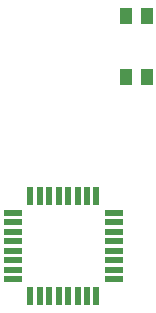
<source format=gbr>
%TF.GenerationSoftware,KiCad,Pcbnew,7.0.9*%
%TF.CreationDate,2023-12-03T00:18:19-03:00*%
%TF.ProjectId,E3,45332e6b-6963-4616-945f-706362585858,rev?*%
%TF.SameCoordinates,Original*%
%TF.FileFunction,Paste,Top*%
%TF.FilePolarity,Positive*%
%FSLAX46Y46*%
G04 Gerber Fmt 4.6, Leading zero omitted, Abs format (unit mm)*
G04 Created by KiCad (PCBNEW 7.0.9) date 2023-12-03 00:18:19*
%MOMM*%
%LPD*%
G01*
G04 APERTURE LIST*
%ADD10R,1.600000X0.550000*%
%ADD11R,0.550000X1.600000*%
%ADD12R,1.000000X1.450000*%
G04 APERTURE END LIST*
D10*
%TO.C,U1*%
X137730000Y-70030000D03*
X137730000Y-70830000D03*
X137730000Y-71630000D03*
X137730000Y-72430000D03*
X137730000Y-73230000D03*
X137730000Y-74030000D03*
X137730000Y-74830000D03*
X137730000Y-75630000D03*
D11*
X139180000Y-77080000D03*
X139980000Y-77080000D03*
X140780000Y-77080000D03*
X141580000Y-77080000D03*
X142380000Y-77080000D03*
X143180000Y-77080000D03*
X143980000Y-77080000D03*
X144780000Y-77080000D03*
D10*
X146230000Y-75630000D03*
X146230000Y-74830000D03*
X146230000Y-74030000D03*
X146230000Y-73230000D03*
X146230000Y-72430000D03*
X146230000Y-71630000D03*
X146230000Y-70830000D03*
X146230000Y-70030000D03*
D11*
X144780000Y-68580000D03*
X143980000Y-68580000D03*
X143180000Y-68580000D03*
X142380000Y-68580000D03*
X141580000Y-68580000D03*
X140780000Y-68580000D03*
X139980000Y-68580000D03*
X139180000Y-68580000D03*
%TD*%
D12*
%TO.C,J1*%
X147320000Y-53340000D03*
X147320000Y-58490000D03*
X149020000Y-58490000D03*
X149020000Y-53340000D03*
%TD*%
M02*

</source>
